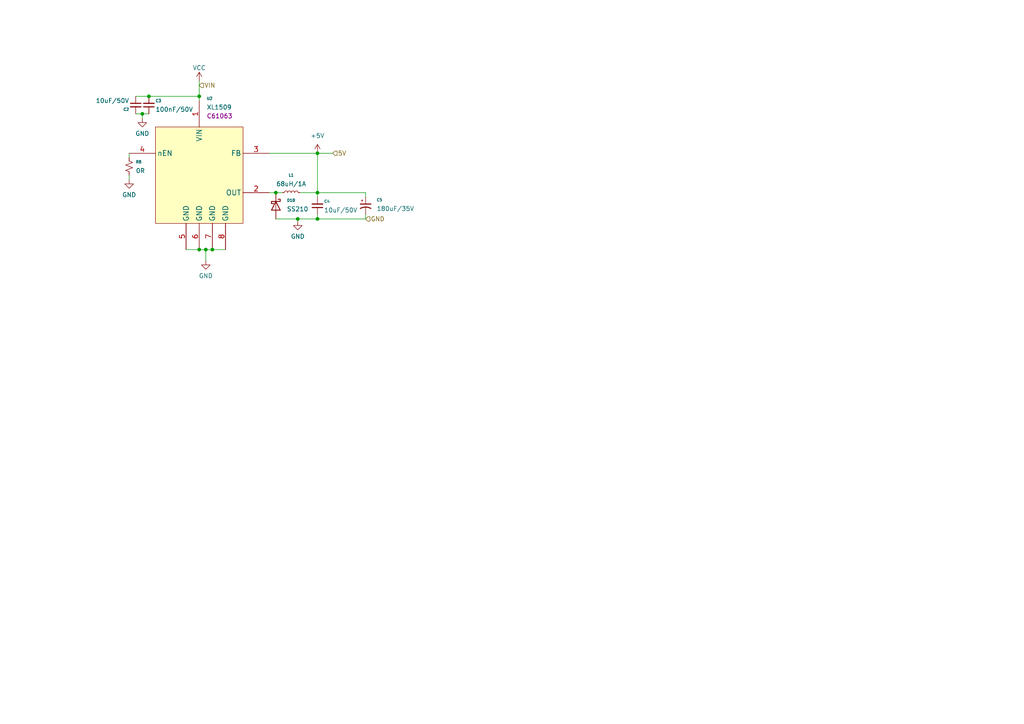
<source format=kicad_sch>
(kicad_sch (version 20211123) (generator eeschema)
  (paper "A4")
  (lib_symbols
    (symbol "Device:C_Polarized_Small_US" (pin_numbers hide) (pin_names (offset 0.254) hide)
      (property "Reference" "C" (at 0.254 1.778 0))
      (property "Value" "C_Polarized_Small_US" (at 0.254 -2.032 0))
      (symbol "C_Polarized_Small_US_0_1"
        (polyline (pts (xy -1.524 0.508) (xy 1.524 0.508)) (stroke (width 0.3048)))
        (polyline (pts (xy -1.27 1.524) (xy -0.762 1.524)))
        (polyline (pts (xy -1.016 1.27) (xy -1.016 1.778)))
        (arc (start 1.524 -0.762) (mid 0 -0.3734) (end -1.524 -0.762) (stroke (width 0.3048)))
      )
      (symbol "C_Polarized_Small_US_1_1"
        (pin passive line (at 0 2.54 270) (length 2.032) (name "~") (number "1"))
        (pin passive line (at 0 -2.54 90) (length 2.032) (name "~") (number "2"))
      )
    )
    (symbol "Device:C_Small" (pin_numbers hide) (pin_names (offset 0.254) hide)
      (property "Reference" "C" (at 0.254 1.778 0))
      (property "Value" "C_Small" (at 0.254 -2.032 0))
      (symbol "C_Small_0_1"
        (polyline (pts (xy -1.524 -0.508) (xy 1.524 -0.508)) (stroke (width 0.3302)))
        (polyline (pts (xy -1.524 0.508) (xy 1.524 0.508)) (stroke (width 0.3048)))
      )
      (symbol "C_Small_1_1"
        (pin passive line (at 0 2.54 270) (length 2.032) (name "~") (number "1"))
        (pin passive line (at 0 -2.54 90) (length 2.032) (name "~") (number "2"))
      )
    )
    (symbol "Device:L_Small" (pin_numbers hide) (pin_names (offset 0.254) hide)
      (property "Reference" "L" (at 0.762 1.016 0))
      (property "Value" "L_Small" (at 0.762 -1.016 0))
      (symbol "L_Small_0_1"
        (arc (start 0 -2.032) (mid 0.508 -1.524) (end 0 -1.016))
        (arc (start 0 -1.016) (mid 0.508 -0.508) (end 0 0))
        (arc (start 0 0) (mid 0.508 0.508) (end 0 1.016))
        (arc (start 0 1.016) (mid 0.508 1.524) (end 0 2.032))
      )
      (symbol "L_Small_1_1"
        (pin passive line (at 0 2.54 270) (length 0.508) (name "~") (number "1"))
        (pin passive line (at 0 -2.54 90) (length 0.508) (name "~") (number "2"))
      )
    )
    (symbol "Device:R_Small_US" (pin_numbers hide) (pin_names (offset 0.254) hide)
      (property "Reference" "R" (at 0.762 0.508 0))
      (property "Value" "R_Small_US" (at 0.762 -1.016 0))
      (symbol "R_Small_US_1_1"
        (polyline (pts (xy 0 0) (xy 1.016 -0.381) (xy 0 -0.762) (xy -1.016 -1.143) (xy 0 -1.524)))
        (polyline (pts (xy 0 1.524) (xy 1.016 1.143) (xy 0 0.762) (xy -1.016 0.381) (xy 0 0)))
        (pin passive line (at 0 2.54 270) (length 1.016) (name "~") (number "1"))
        (pin passive line (at 0 -2.54 90) (length 1.016) (name "~") (number "2"))
      )
    )
    (symbol "Diode:B120-E3" (pin_numbers hide) (pin_names hide)
      (property "Reference" "D" (at 0 2.54 0))
      (property "Value" "B120-E3" (at 0 -2.54 0))
      (symbol "B120-E3_0_1"
        (polyline (pts (xy 1.27 0) (xy -1.27 0)))
        (polyline (pts (xy 1.27 1.27) (xy 1.27 -1.27) (xy -1.27 0) (xy 1.27 1.27)) (stroke (width 0.254)))
        (polyline (pts (xy -1.905 0.635) (xy -1.905 1.27) (xy -1.27 1.27) (xy -1.27 -1.27) (xy -0.635 -1.27) (xy -0.635 -0.635)) (stroke (width 0.254)))
      )
      (symbol "B120-E3_1_1"
        (pin passive line (at -3.81 0 0) (length 2.54) (name "K") (number "1"))
        (pin passive line (at 3.81 0 180) (length 2.54) (name "A") (number "2"))
      )
    )
    (symbol "WS_LCSC_ICs:XL1509"
      (property "Reference" "U" (at -1.27 2.54 0))
      (property "Value" "XL1509" (at 0 0 0))
      (property "LCSC" "C61063" (at 0 0 0))
      (symbol "XL1509_0_1"
        (rectangle (start -12.7 12.7) (end 12.7 -15.24) (fill (type background)))
      )
      (symbol "XL1509_1_1"
        (pin power_in line (at 0 20.32 270) (length 7.62) (name "VIN") (number "1"))
        (pin unspecified line (at 20.32 -6.35 180) (length 7.62) (name "OUT") (number "2"))
        (pin input line (at 20.32 5.08 180) (length 7.62) (name "FB") (number "3"))
        (pin input line (at -20.32 5.08 0) (length 7.62) (name "nEN") (number "4"))
        (pin power_in line (at -3.81 -22.86 90) (length 7.62) (name "GND") (number "5"))
        (pin power_in line (at 0 -22.86 90) (length 7.62) (name "GND") (number "6"))
        (pin power_in line (at 3.81 -22.86 90) (length 7.62) (name "GND") (number "7"))
        (pin power_in line (at 7.62 -22.86 90) (length 7.62) (name "GND") (number "8"))
      )
    )
    (symbol "power:+5V" (power) (pin_names (offset 0))
      (property "Value" "+5V" (at 0 3.556 0))
      (symbol "+5V_0_1"
        (polyline (pts (xy -0.762 1.27) (xy 0 2.54)))
        (polyline (pts (xy 0 0) (xy 0 2.54)))
        (polyline (pts (xy 0 2.54) (xy 0.762 1.27)))
      )
      (symbol "+5V_1_1"
        (pin power_in line (at 0 0 90) (length 0) hide (name "+5V") (number "1"))
      )
    )
    (symbol "power:GND" (power) (pin_names (offset 0))
      (property "Value" "GND" (at 0 -3.81 0))
      (symbol "GND_0_1"
        (polyline (pts (xy 0 0) (xy 0 -1.27) (xy 1.27 -1.27) (xy 0 -2.54) (xy -1.27 -1.27) (xy 0 -1.27)))
      )
      (symbol "GND_1_1"
        (pin power_in line (at 0 0 270) (length 0) hide (name "GND") (number "1"))
      )
    )
    (symbol "power:VCC" (power) (pin_names (offset 0))
      (property "Value" "VCC" (at 0 3.81 0))
      (symbol "VCC_0_1"
        (polyline (pts (xy -0.762 1.27) (xy 0 2.54)))
        (polyline (pts (xy 0 0) (xy 0 2.54)))
        (polyline (pts (xy 0 2.54) (xy 0.762 1.27)))
      )
      (symbol "VCC_1_1"
        (pin power_in line (at 0 0 90) (length 0) hide (name "VCC") (number "1"))
      )
    )
  )
  (junction (at 92.075 44.45))
  (junction (at 57.785 72.39))
  (junction (at 57.785 27.94))
  (junction (at 43.18 27.94))
  (junction (at 61.595 72.39))
  (junction (at 59.69 72.39))
  (junction (at 92.075 55.88))
  (junction (at 41.275 33.02))
  (junction (at 86.36 63.5))
  (junction (at 92.075 63.5))
  (junction (at 80.01 55.88))
  (wire (pts (xy 106.045 63.5) (xy 92.075 63.5)))
  (wire (pts (xy 92.075 55.88) (xy 106.045 55.88)))
  (wire (pts (xy 106.045 55.88) (xy 106.045 57.15)))
  (wire (pts (xy 61.595 72.39) (xy 65.405 72.39)))
  (wire (pts (xy 92.075 63.5) (xy 86.36 63.5)))
  (wire (pts (xy 86.36 63.5) (xy 80.01 63.5)))
  (wire (pts (xy 92.075 62.23) (xy 92.075 63.5)))
  (wire (pts (xy 59.69 72.39) (xy 59.69 75.565)))
  (wire (pts (xy 106.045 62.23) (xy 106.045 63.5)))
  (wire (pts (xy 57.785 23.495) (xy 57.785 27.94)))
  (wire (pts (xy 57.785 27.94) (xy 57.785 29.21)))
  (wire (pts (xy 39.37 33.02) (xy 41.275 33.02)))
  (wire (pts (xy 92.075 44.45) (xy 92.075 55.88)))
  (wire (pts (xy 41.275 33.02) (xy 43.18 33.02)))
  (wire (pts (xy 78.105 55.88) (xy 80.01 55.88)))
  (wire (pts (xy 43.18 27.94) (xy 57.785 27.94)))
  (wire (pts (xy 37.465 50.8) (xy 37.465 52.07)))
  (wire (pts (xy 86.36 63.5) (xy 86.36 64.135)))
  (wire (pts (xy 57.785 72.39) (xy 59.69 72.39)))
  (wire (pts (xy 78.105 44.45) (xy 92.075 44.45)))
  (wire (pts (xy 37.465 44.45) (xy 37.465 45.72)))
  (wire (pts (xy 80.01 55.88) (xy 81.915 55.88)))
  (wire (pts (xy 96.52 44.45) (xy 92.075 44.45)))
  (wire (pts (xy 59.69 72.39) (xy 61.595 72.39)))
  (wire (pts (xy 92.075 55.88) (xy 92.075 57.15)))
  (wire (pts (xy 39.37 27.94) (xy 43.18 27.94)))
  (wire (pts (xy 86.995 55.88) (xy 92.075 55.88)))
  (wire (pts (xy 41.275 33.02) (xy 41.275 34.29)))
  (wire (pts (xy 53.975 72.39) (xy 57.785 72.39)))
  (hierarchical_label "VIN" (shape input) (at 57.785 24.765 0))
  (hierarchical_label "5V" (shape input) (at 96.52 44.45 0))
  (hierarchical_label "GND" (shape input) (at 106.045 63.5 0))
  (symbol (lib_id "Device:R_Small_US") (at 37.465 48.26 0) (unit 1)
    (property "Reference" "R8" (at 39.37 46.9899 0) (effects (font (size 0.8 0.8)) (justify left)))
    (property "Value" "0R" (at 39.37 49.5299 0) (effects (justify left)))
    (property "Footprint" "Resistor_SMD:R_0402_1005Metric" (effects hide))
    (property "LCSC" "C17168" (effects hide))
    (property "LCSC Part Number" "C17168" (effects hide))
  )
  (symbol (lib_id "WS_LCSC_ICs:XL1509") (at 57.785 49.53 0) (unit 1)
    (property "Reference" "U2" (at 59.9301 28.575 0) (effects (font (size 0.8 0.8)) (justify left)))
    (property "Value" "XL1509" (at 59.9301 31.115 0) (effects (justify left)))
    (property "Footprint" "Package_SO:SOIC-8_3.9x4.9mm_P1.27mm" (effects hide))
    (property "LCSC" "C61063" (at 59.9301 33.655 0) (effects (justify left)))
  )
  (symbol (lib_id "Diode:B120-E3") (at 80.01 59.69 270) (unit 1)
    (property "Reference" "D10" (at 83.185 58.1024 90) (effects (font (size 0.8 0.8)) (justify left)))
    (property "Value" "SS210" (at 83.185 60.6424 90) (effects (justify left)))
    (property "Footprint" "Diode_SMD:D_SMA" (effects hide))
    (property "Datasheet" "http://www.vishay.com/docs/88946/b120.pdf" (effects hide))
    (property "LCSC" "C14996" (effects hide))
    (property "LCSC Part Number" "C14996" (effects hide))
  )
  (symbol (lib_id "Device:C_Small") (at 43.18 30.48 180) (unit 1)
    (property "Reference" "C3" (at 45.085 29.21 0) (effects (font (size 0.8 0.8)) (justify right)))
    (property "Value" "100nF/50V" (at 45.085 31.75 0) (effects (justify right)))
    (property "Footprint" "Capacitor_SMD:C_0402_1005Metric" (effects hide))
    (property "LCSC" "C307331" (effects hide))
    (property "LCSC Part Number" "C307331" (effects hide))
  )
  (symbol (lib_id "Device:C_Small") (at 92.075 59.69 180) (unit 1)
    (property "Reference" "C4" (at 93.98 58.42 0) (effects (font (size 0.8 0.8)) (justify right)))
    (property "Value" "10uF/50V" (at 93.98 60.96 0) (effects (justify right)))
    (property "Footprint" "Capacitor_SMD:C_1206_3216Metric" (effects hide))
    (property "LCSC" "C13585" (effects hide))
    (property "LCSC Part Number" "C13585" (effects hide))
  )
  (symbol (lib_id "power:GND") (at 37.465 52.07 0) (unit 1)
    (property "Reference" "#PWR0134" (effects hide))
    (property "Value" "GND" (at 37.465 56.515 0))
  )
  (symbol (lib_id "power:GND") (at 41.275 34.29 0) (unit 1)
    (property "Reference" "#PWR0133" (effects hide))
    (property "Value" "GND" (at 41.275 38.735 0))
  )
  (symbol (lib_id "Device:C_Small") (at 39.37 30.48 0) (unit 1)
    (property "Reference" "C2" (at 37.465 31.75 0) (effects (font (size 0.8 0.8)) (justify right)))
    (property "Value" "10uF/50V" (at 37.465 29.21 0) (effects (justify right)))
    (property "Footprint" "Capacitor_SMD:C_1206_3216Metric" (effects hide))
    (property "LCSC" "C13585" (effects hide))
    (property "LCSC Part Number" "C13585" (effects hide))
  )
  (symbol (lib_id "power:GND") (at 59.69 75.565 0) (unit 1)
    (property "Reference" "#PWR0132" (effects hide))
    (property "Value" "GND" (at 59.69 80.01 0))
  )
  (symbol (lib_id "power:GND") (at 86.36 64.135 0) (unit 1)
    (property "Reference" "#PWR0136" (effects hide))
    (property "Value" "GND" (at 86.36 68.58 0))
  )
  (symbol (lib_id "power:VCC") (at 57.785 23.495 0) (unit 1)
    (property "Reference" "#PWR0135" (effects hide))
    (property "Value" "VCC" (at 57.785 19.685 0))
  )
  (symbol (lib_id "power:+5V") (at 92.075 44.45 0) (unit 1)
    (property "Reference" "#PWR0137" (effects hide))
    (property "Value" "+5V" (at 92.075 39.37 0))
  )
  (symbol (lib_id "Device:C_Polarized_Small_US") (at 106.045 59.69 0) (unit 1)
    (property "Reference" "C5" (at 109.22 57.9881 0) (effects (font (size 0.8 0.8)) (justify left)))
    (property "Value" "180uF/35V" (at 109.22 60.5281 0) (effects (justify left)))
    (property "Footprint" "Capacitor_THT:C_Radial_D8.0mm_H7.0mm_P3.50mm" (effects hide))
    (property "LCSC" "C442870" (effects hide))
  )
  (symbol (lib_id "Device:L_Small") (at 84.455 55.88 90) (unit 1)
    (property "Reference" "L1" (at 84.455 50.8 90) (effects (font (size 0.8 0.8))))
    (property "Value" "68uH/1A" (at 84.455 53.34 90))
    (property "Footprint" "Inductor_SMD:L_Taiyo-Yuden_NR-60xx" (effects hide))
    (property "LCSC" "C53663" (effects hide))
    (property "LCSC Part Number" "C53663" (effects hide))
  )
)
</source>
